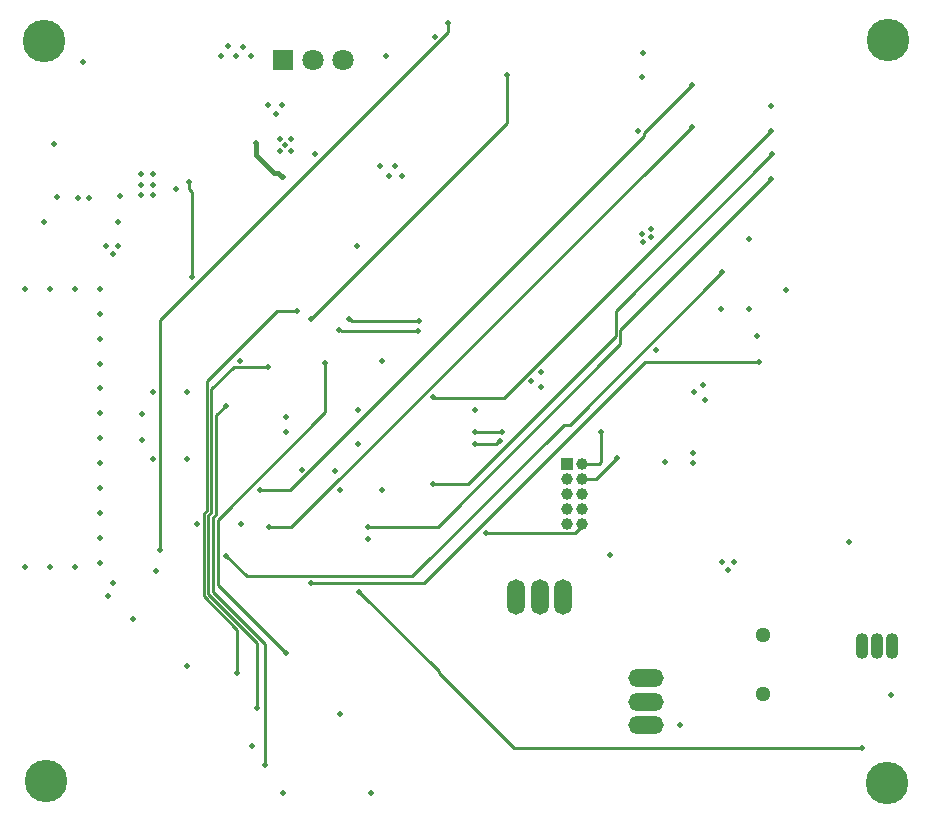
<source format=gbl>
G04*
G04 #@! TF.GenerationSoftware,Altium Limited,Altium Designer,22.1.2 (22)*
G04*
G04 Layer_Physical_Order=4*
G04 Layer_Color=16711680*
%FSLAX25Y25*%
%MOIN*%
G70*
G04*
G04 #@! TF.SameCoordinates,116BC8F2-B144-4446-8F30-5785F86A2056*
G04*
G04*
G04 #@! TF.FilePolarity,Positive*
G04*
G01*
G75*
%ADD11C,0.01000*%
%ADD158R,0.07087X0.07087*%
%ADD159C,0.07087*%
%ADD160C,0.05039*%
%ADD161O,0.11812X0.05906*%
%ADD162O,0.05906X0.11812*%
%ADD163O,0.04331X0.08661*%
%ADD164R,0.03960X0.03960*%
%ADD165C,0.03960*%
%ADD166C,0.14173*%
%ADD167C,0.02000*%
%ADD168C,0.01700*%
D11*
X187344Y115654D02*
X193200Y115654D01*
X187344Y110654D02*
X192178D01*
X181535Y128804D02*
X183404D01*
X234200Y179600D01*
X90176Y107000D02*
X208100Y224924D01*
Y226100D01*
X80000Y107000D02*
X90176D01*
X85896Y166800D02*
X92500D01*
X62341Y100178D02*
Y143245D01*
X85896Y166800D01*
X66100Y97149D02*
X101863Y132912D01*
Y149354D01*
X92500Y166800D02*
X92600Y166700D01*
X63941Y140517D02*
X71374Y147950D01*
X82793D01*
X185020Y92721D02*
X187344Y95045D01*
Y95654D01*
X137700Y109083D02*
X149425D01*
X159729Y123200D02*
X160000D01*
X151700Y122320D02*
X158849D01*
X159729Y123200D01*
X149425Y109083D02*
X198682Y158341D01*
X151700Y126301D02*
X160799D01*
X198682Y158341D02*
Y166682D01*
X160799Y126301D02*
X160800Y126300D01*
X192178Y110654D02*
X199124Y117600D01*
X193200Y115654D02*
X193800Y116254D01*
Y126301D01*
X116304Y94800D02*
X139456D01*
X208370Y149700D02*
X246400D01*
X130930Y78200D02*
X181535Y128804D01*
X75760Y78200D02*
X130930D01*
X139456Y94800D02*
X200282Y155626D01*
X134770Y76100D02*
X208370Y149700D01*
X97207Y76100D02*
X134770D01*
X155500Y92611D02*
X155537Y92574D01*
X185026D01*
X110021Y164000D02*
X110821Y163200D01*
X132963D01*
X109750Y164000D02*
X110021D01*
X200282Y160482D02*
X250400Y210600D01*
X161300Y137600D02*
X250300Y226600D01*
X198682Y166682D02*
X250900Y218900D01*
X138144Y137600D02*
X161300D01*
X87414Y211333D02*
X87684D01*
X97207Y164000D02*
X162500Y229293D01*
Y245500D01*
X56284Y209657D02*
X56476Y209465D01*
Y207282D02*
Y209465D01*
X57467Y178000D02*
Y206291D01*
X56476Y207282D02*
X57467Y206291D01*
X68860Y85100D02*
X75760Y78200D01*
X83034Y94600D02*
X90600D01*
X224000Y228000D01*
X208100Y226100D02*
X224000Y242000D01*
X65541Y131841D02*
X68700Y135000D01*
X65541Y98853D02*
Y131841D01*
X63941Y99516D02*
Y140517D01*
X64500Y97812D02*
X65541Y98853D01*
X62900Y98475D02*
X63941Y99516D01*
X46900Y163630D02*
X142900Y259630D01*
X61300Y99137D02*
X62341Y100178D01*
X46900Y87000D02*
Y163630D01*
X200282Y155626D02*
Y160482D01*
X137800Y137944D02*
X138144Y137600D01*
X61300Y71670D02*
X72500Y60470D01*
X61300Y71670D02*
Y99137D01*
X64500Y72996D02*
X81700Y55796D01*
X66100Y75473D02*
Y97149D01*
Y75473D02*
X88800Y52773D01*
X64500Y72996D02*
Y97812D01*
X62900Y72333D02*
Y98475D01*
Y72333D02*
X79200Y56033D01*
X78879Y222821D02*
X78883Y222825D01*
X142900Y259630D02*
Y262600D01*
X139746Y46154D02*
Y46532D01*
X113178Y73100D02*
X139746Y46532D01*
X106600Y160460D02*
X106871D01*
X107431Y159900D02*
X132800D01*
X106871Y160460D02*
X107431Y159900D01*
X139746Y46154D02*
X164900Y21000D01*
X280900D01*
X81700Y15500D02*
Y55796D01*
Y15500D02*
X81800Y15400D01*
X72500Y46000D02*
Y60470D01*
X79200Y34500D02*
Y56033D01*
X116104Y94600D02*
X116304Y94800D01*
D158*
X87800Y250500D02*
D03*
D159*
X97800D02*
D03*
X107800D02*
D03*
D160*
X247700Y58742D02*
D03*
Y39057D02*
D03*
D161*
X208735Y44374D02*
D03*
Y36500D02*
D03*
Y28626D02*
D03*
D162*
X165526Y71342D02*
D03*
X173402D02*
D03*
X181274D02*
D03*
D163*
X290900Y54900D02*
D03*
X285900D02*
D03*
X280900D02*
D03*
D164*
X182344Y115654D02*
D03*
D165*
Y110654D02*
D03*
X187344Y115654D02*
D03*
Y110654D02*
D03*
Y100654D02*
D03*
Y105654D02*
D03*
X182344Y100654D02*
D03*
Y105654D02*
D03*
Y95654D02*
D03*
X187344D02*
D03*
D166*
X289200Y9300D02*
D03*
X8800Y10100D02*
D03*
X8252Y256768D02*
D03*
X289300Y256900D02*
D03*
D167*
X88600Y222000D02*
D03*
X90569Y220031D02*
D03*
X86632Y220031D02*
D03*
X86632Y223969D02*
D03*
X90569Y223969D02*
D03*
X224472Y119175D02*
D03*
Y116025D02*
D03*
X44453Y212314D02*
D03*
Y208771D02*
D03*
Y205228D02*
D03*
X40516D02*
D03*
Y208771D02*
D03*
Y212314D02*
D03*
X26800Y124202D02*
D03*
X32886Y196494D02*
D03*
X18500Y81500D02*
D03*
X10161D02*
D03*
X1841D02*
D03*
X10161Y174120D02*
D03*
X18480D02*
D03*
X1841D02*
D03*
X26800D02*
D03*
Y165800D02*
D03*
Y82603D02*
D03*
Y90923D02*
D03*
Y99243D02*
D03*
Y107562D02*
D03*
Y115882D02*
D03*
Y132521D02*
D03*
Y140841D02*
D03*
Y149161D02*
D03*
Y157480D02*
D03*
X87925Y6120D02*
D03*
X21236Y249548D02*
D03*
X243100Y167200D02*
D03*
X245662Y158452D02*
D03*
X234200Y179600D02*
D03*
X212000Y153700D02*
D03*
X233800Y167200D02*
D03*
X11500Y222383D02*
D03*
X120829Y107000D02*
D03*
X106656D02*
D03*
X93974Y113768D02*
D03*
X105046Y113404D02*
D03*
X112743Y122320D02*
D03*
X88900Y126301D02*
D03*
X44349Y117300D02*
D03*
X44424Y139700D02*
D03*
X66978Y251700D02*
D03*
X73585Y150082D02*
D03*
X112743Y133700D02*
D03*
X55650Y139700D02*
D03*
X55840Y117300D02*
D03*
X40808Y123747D02*
D03*
X101863Y149354D02*
D03*
X92600Y166700D02*
D03*
X82793Y147950D02*
D03*
X228320Y136978D02*
D03*
X224731Y139655D02*
D03*
X227928Y142100D02*
D03*
X160000Y123200D02*
D03*
X160799Y126301D02*
D03*
X236200Y80500D02*
D03*
X238150Y83098D02*
D03*
X234200D02*
D03*
X8252Y196494D02*
D03*
X12557Y204667D02*
D03*
X116050Y90601D02*
D03*
X199124Y117600D02*
D03*
X193800Y126301D02*
D03*
X151700Y122320D02*
D03*
Y126301D02*
D03*
X59200Y95654D02*
D03*
X132963Y163200D02*
D03*
X155500Y92611D02*
D03*
X243100Y190700D02*
D03*
X207632Y189821D02*
D03*
X210500Y191326D02*
D03*
Y194000D02*
D03*
X207400Y192500D02*
D03*
X250900Y218900D02*
D03*
X250400Y210600D02*
D03*
X173838Y141487D02*
D03*
Y146400D02*
D03*
X170528Y143450D02*
D03*
X112500Y188357D02*
D03*
X98557Y219047D02*
D03*
X87684Y211333D02*
D03*
X73622Y95654D02*
D03*
X87300Y235184D02*
D03*
X85600Y232200D02*
D03*
X82793Y235184D02*
D03*
X162500Y245500D02*
D03*
X97207Y164000D02*
D03*
X52000Y207500D02*
D03*
X23000Y204417D02*
D03*
X32886Y188357D02*
D03*
X31000Y185686D02*
D03*
X28887Y188357D02*
D03*
X56284Y209657D02*
D03*
X57467Y178000D02*
D03*
X33600Y205050D02*
D03*
X19600Y204217D02*
D03*
X77100Y251713D02*
D03*
X72200Y251700D02*
D03*
X74464Y254805D02*
D03*
X69541Y254863D02*
D03*
X127486Y211775D02*
D03*
X125000Y214884D02*
D03*
X123000Y211814D02*
D03*
X120179Y214884D02*
D03*
X37900Y64000D02*
D03*
X29500Y71820D02*
D03*
X83034Y94600D02*
D03*
X224000Y228000D02*
D03*
X80000Y107000D02*
D03*
X224000Y242000D02*
D03*
X88900Y131500D02*
D03*
X40772Y132338D02*
D03*
X120829Y150082D02*
D03*
X206000Y226600D02*
D03*
X151700Y133600D02*
D03*
X117100Y6000D02*
D03*
X196800Y85200D02*
D03*
X68860Y85100D02*
D03*
X207400Y244700D02*
D03*
X31000Y76100D02*
D03*
X45500Y80100D02*
D03*
X78883Y222825D02*
D03*
X122100Y251700D02*
D03*
X138400Y258100D02*
D03*
X207632Y252550D02*
D03*
X255400Y173800D02*
D03*
X215000Y116500D02*
D03*
X276600Y89600D02*
D03*
X220000Y28700D02*
D03*
X88800Y52773D02*
D03*
X113178Y73100D02*
D03*
X68700Y135000D02*
D03*
X106656Y32485D02*
D03*
X106600Y160460D02*
D03*
X132800Y159900D02*
D03*
X109750Y164000D02*
D03*
X142900Y262600D02*
D03*
X46900Y87000D02*
D03*
X77400Y21800D02*
D03*
X97207Y76100D02*
D03*
X246400Y149700D02*
D03*
X137800Y137944D02*
D03*
X290600Y38600D02*
D03*
X81800Y15400D02*
D03*
X72500Y46000D02*
D03*
X79200Y34500D02*
D03*
X55700Y48400D02*
D03*
X250400Y234900D02*
D03*
X280900Y21000D02*
D03*
X116104Y94600D02*
D03*
X137700Y109083D02*
D03*
X250300Y226600D02*
D03*
D168*
X85951Y212796D02*
X87414Y211333D01*
X84904Y212796D02*
X85951D01*
X78879Y218821D02*
X84904Y212796D01*
X78879Y218821D02*
Y222821D01*
M02*

</source>
